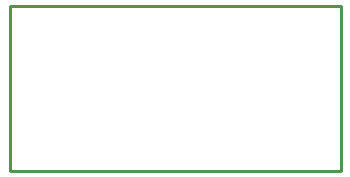
<source format=gko>
G04*
G04 #@! TF.GenerationSoftware,Altium Limited,Altium Designer,18.1.7 (191)*
G04*
G04 Layer_Color=16711935*
%FSLAX24Y24*%
%MOIN*%
G70*
G01*
G75*
%ADD10C,0.0100*%
D10*
X33858Y20276D02*
X44882D01*
X33858D02*
Y25787D01*
X44882D01*
Y20276D02*
Y25787D01*
M02*

</source>
